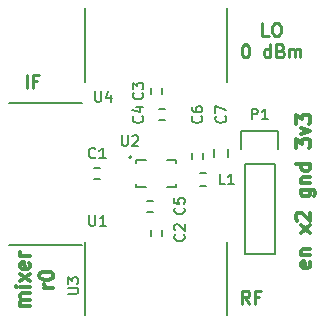
<source format=gto>
G04 #@! TF.FileFunction,Legend,Top*
%FSLAX46Y46*%
G04 Gerber Fmt 4.6, Leading zero omitted, Abs format (unit mm)*
G04 Created by KiCad (PCBNEW 4.0.2-stable) date Sat 23 Apr 2016 01:14:57 AM AKDT*
%MOMM*%
G01*
G04 APERTURE LIST*
%ADD10C,0.100000*%
%ADD11C,0.275000*%
%ADD12C,0.300000*%
%ADD13C,0.150000*%
G04 APERTURE END LIST*
D10*
D11*
X137528572Y-97747619D02*
X137528572Y-96647619D01*
X138419048Y-97171429D02*
X138052382Y-97171429D01*
X138052382Y-97747619D02*
X138052382Y-96647619D01*
X138576191Y-96647619D01*
X156369048Y-115997619D02*
X156002382Y-115473810D01*
X155740477Y-115997619D02*
X155740477Y-114897619D01*
X156159524Y-114897619D01*
X156264286Y-114950000D01*
X156316667Y-115002381D01*
X156369048Y-115107143D01*
X156369048Y-115264286D01*
X156316667Y-115369048D01*
X156264286Y-115421429D01*
X156159524Y-115473810D01*
X155740477Y-115473810D01*
X157207143Y-115421429D02*
X156840477Y-115421429D01*
X156840477Y-115997619D02*
X156840477Y-114897619D01*
X157364286Y-114897619D01*
X158014286Y-93340119D02*
X157490477Y-93340119D01*
X157490477Y-92240119D01*
X158590477Y-92240119D02*
X158800000Y-92240119D01*
X158904762Y-92292500D01*
X159009524Y-92397262D01*
X159061905Y-92606786D01*
X159061905Y-92973452D01*
X159009524Y-93182976D01*
X158904762Y-93287738D01*
X158800000Y-93340119D01*
X158590477Y-93340119D01*
X158485715Y-93287738D01*
X158380953Y-93182976D01*
X158328572Y-92973452D01*
X158328572Y-92606786D01*
X158380953Y-92397262D01*
X158485715Y-92292500D01*
X158590477Y-92240119D01*
X155997620Y-94055119D02*
X156102381Y-94055119D01*
X156207143Y-94107500D01*
X156259524Y-94159881D01*
X156311905Y-94264643D01*
X156364286Y-94474167D01*
X156364286Y-94736071D01*
X156311905Y-94945595D01*
X156259524Y-95050357D01*
X156207143Y-95102738D01*
X156102381Y-95155119D01*
X155997620Y-95155119D01*
X155892858Y-95102738D01*
X155840477Y-95050357D01*
X155788096Y-94945595D01*
X155735715Y-94736071D01*
X155735715Y-94474167D01*
X155788096Y-94264643D01*
X155840477Y-94159881D01*
X155892858Y-94107500D01*
X155997620Y-94055119D01*
X158145238Y-95155119D02*
X158145238Y-94055119D01*
X158145238Y-95102738D02*
X158040476Y-95155119D01*
X157830953Y-95155119D01*
X157726191Y-95102738D01*
X157673810Y-95050357D01*
X157621429Y-94945595D01*
X157621429Y-94631310D01*
X157673810Y-94526548D01*
X157726191Y-94474167D01*
X157830953Y-94421786D01*
X158040476Y-94421786D01*
X158145238Y-94474167D01*
X159035714Y-94578929D02*
X159192857Y-94631310D01*
X159245238Y-94683690D01*
X159297619Y-94788452D01*
X159297619Y-94945595D01*
X159245238Y-95050357D01*
X159192857Y-95102738D01*
X159088095Y-95155119D01*
X158669048Y-95155119D01*
X158669048Y-94055119D01*
X159035714Y-94055119D01*
X159140476Y-94107500D01*
X159192857Y-94159881D01*
X159245238Y-94264643D01*
X159245238Y-94369405D01*
X159192857Y-94474167D01*
X159140476Y-94526548D01*
X159035714Y-94578929D01*
X158669048Y-94578929D01*
X159769048Y-95155119D02*
X159769048Y-94421786D01*
X159769048Y-94526548D02*
X159821429Y-94474167D01*
X159926191Y-94421786D01*
X160083333Y-94421786D01*
X160188095Y-94474167D01*
X160240476Y-94578929D01*
X160240476Y-95155119D01*
X160240476Y-94578929D02*
X160292857Y-94474167D01*
X160397619Y-94421786D01*
X160554762Y-94421786D01*
X160659524Y-94474167D01*
X160711905Y-94578929D01*
X160711905Y-95155119D01*
D12*
X137802857Y-116171429D02*
X137002857Y-116171429D01*
X137117143Y-116171429D02*
X137060000Y-116114286D01*
X137002857Y-116000000D01*
X137002857Y-115828572D01*
X137060000Y-115714286D01*
X137174286Y-115657143D01*
X137802857Y-115657143D01*
X137174286Y-115657143D02*
X137060000Y-115600000D01*
X137002857Y-115485714D01*
X137002857Y-115314286D01*
X137060000Y-115200000D01*
X137174286Y-115142857D01*
X137802857Y-115142857D01*
X137802857Y-114571429D02*
X137002857Y-114571429D01*
X136602857Y-114571429D02*
X136660000Y-114628572D01*
X136717143Y-114571429D01*
X136660000Y-114514286D01*
X136602857Y-114571429D01*
X136717143Y-114571429D01*
X137802857Y-114114285D02*
X137002857Y-113485714D01*
X137002857Y-114114285D02*
X137802857Y-113485714D01*
X137745714Y-112571428D02*
X137802857Y-112685714D01*
X137802857Y-112914285D01*
X137745714Y-113028571D01*
X137631429Y-113085714D01*
X137174286Y-113085714D01*
X137060000Y-113028571D01*
X137002857Y-112914285D01*
X137002857Y-112685714D01*
X137060000Y-112571428D01*
X137174286Y-112514285D01*
X137288571Y-112514285D01*
X137402857Y-113085714D01*
X137802857Y-112000000D02*
X137002857Y-112000000D01*
X137231429Y-112000000D02*
X137117143Y-111942857D01*
X137060000Y-111885714D01*
X137002857Y-111771428D01*
X137002857Y-111657143D01*
X139782857Y-114657143D02*
X138982857Y-114657143D01*
X139211429Y-114657143D02*
X139097143Y-114600000D01*
X139040000Y-114542857D01*
X138982857Y-114428571D01*
X138982857Y-114314286D01*
X138582857Y-113685714D02*
X138582857Y-113571429D01*
X138640000Y-113457143D01*
X138697143Y-113400000D01*
X138811429Y-113342857D01*
X139040000Y-113285714D01*
X139325714Y-113285714D01*
X139554286Y-113342857D01*
X139668571Y-113400000D01*
X139725714Y-113457143D01*
X139782857Y-113571429D01*
X139782857Y-113685714D01*
X139725714Y-113800000D01*
X139668571Y-113857143D01*
X139554286Y-113914286D01*
X139325714Y-113971429D01*
X139040000Y-113971429D01*
X138811429Y-113914286D01*
X138697143Y-113857143D01*
X138640000Y-113800000D01*
X138582857Y-113685714D01*
X161485714Y-112471428D02*
X161542857Y-112585714D01*
X161542857Y-112814285D01*
X161485714Y-112928571D01*
X161371429Y-112985714D01*
X160914286Y-112985714D01*
X160800000Y-112928571D01*
X160742857Y-112814285D01*
X160742857Y-112585714D01*
X160800000Y-112471428D01*
X160914286Y-112414285D01*
X161028571Y-112414285D01*
X161142857Y-112985714D01*
X160742857Y-111900000D02*
X161542857Y-111900000D01*
X160857143Y-111900000D02*
X160800000Y-111842857D01*
X160742857Y-111728571D01*
X160742857Y-111557143D01*
X160800000Y-111442857D01*
X160914286Y-111385714D01*
X161542857Y-111385714D01*
X161542857Y-110014285D02*
X160742857Y-109385714D01*
X160742857Y-110014285D02*
X161542857Y-109385714D01*
X160457143Y-108985714D02*
X160400000Y-108928571D01*
X160342857Y-108814285D01*
X160342857Y-108528571D01*
X160400000Y-108414285D01*
X160457143Y-108357142D01*
X160571429Y-108299999D01*
X160685714Y-108299999D01*
X160857143Y-108357142D01*
X161542857Y-109042856D01*
X161542857Y-108299999D01*
X160742857Y-106357142D02*
X161714286Y-106357142D01*
X161828571Y-106414285D01*
X161885714Y-106471428D01*
X161942857Y-106585713D01*
X161942857Y-106757142D01*
X161885714Y-106871428D01*
X161485714Y-106357142D02*
X161542857Y-106471428D01*
X161542857Y-106699999D01*
X161485714Y-106814285D01*
X161428571Y-106871428D01*
X161314286Y-106928571D01*
X160971429Y-106928571D01*
X160857143Y-106871428D01*
X160800000Y-106814285D01*
X160742857Y-106699999D01*
X160742857Y-106471428D01*
X160800000Y-106357142D01*
X160742857Y-105785714D02*
X161542857Y-105785714D01*
X160857143Y-105785714D02*
X160800000Y-105728571D01*
X160742857Y-105614285D01*
X160742857Y-105442857D01*
X160800000Y-105328571D01*
X160914286Y-105271428D01*
X161542857Y-105271428D01*
X161542857Y-104185714D02*
X160342857Y-104185714D01*
X161485714Y-104185714D02*
X161542857Y-104300000D01*
X161542857Y-104528571D01*
X161485714Y-104642857D01*
X161428571Y-104700000D01*
X161314286Y-104757143D01*
X160971429Y-104757143D01*
X160857143Y-104700000D01*
X160800000Y-104642857D01*
X160742857Y-104528571D01*
X160742857Y-104300000D01*
X160800000Y-104185714D01*
X160342857Y-102814285D02*
X160342857Y-102071428D01*
X160800000Y-102471428D01*
X160800000Y-102300000D01*
X160857143Y-102185714D01*
X160914286Y-102128571D01*
X161028571Y-102071428D01*
X161314286Y-102071428D01*
X161428571Y-102128571D01*
X161485714Y-102185714D01*
X161542857Y-102300000D01*
X161542857Y-102642857D01*
X161485714Y-102757143D01*
X161428571Y-102814285D01*
X160742857Y-101671428D02*
X161542857Y-101385714D01*
X160742857Y-101100000D01*
X160342857Y-100757142D02*
X160342857Y-100014285D01*
X160800000Y-100414285D01*
X160800000Y-100242857D01*
X160857143Y-100128571D01*
X160914286Y-100071428D01*
X161028571Y-100014285D01*
X161314286Y-100014285D01*
X161428571Y-100071428D01*
X161485714Y-100128571D01*
X161542857Y-100242857D01*
X161542857Y-100585714D01*
X161485714Y-100700000D01*
X161428571Y-100757142D01*
D13*
X146400000Y-103603600D02*
G75*
G03X146400000Y-103603600I-100000J0D01*
G01*
X146800000Y-106103600D02*
X146800000Y-105903600D01*
X147600000Y-106103600D02*
X146800000Y-106103600D01*
X150200000Y-106103600D02*
X149400000Y-106103600D01*
X150200000Y-105903600D02*
X150200000Y-106103600D01*
X150200000Y-103803600D02*
X150200000Y-104103600D01*
X149400000Y-103803600D02*
X150200000Y-103803600D01*
X146800000Y-103803600D02*
X147600000Y-103803600D01*
X146800000Y-104103600D02*
X146800000Y-103803600D01*
X143750000Y-104525000D02*
X143250000Y-104525000D01*
X143250000Y-105475000D02*
X143750000Y-105475000D01*
X148025000Y-109800000D02*
X148025000Y-110300000D01*
X148975000Y-110300000D02*
X148975000Y-109800000D01*
X148975000Y-98250000D02*
X148975000Y-97750000D01*
X148025000Y-97750000D02*
X148025000Y-98250000D01*
X149250000Y-99525000D02*
X148750000Y-99525000D01*
X148750000Y-100475000D02*
X149250000Y-100475000D01*
X148250000Y-107275000D02*
X147750000Y-107275000D01*
X147750000Y-108225000D02*
X148250000Y-108225000D01*
X151525000Y-103250000D02*
X151525000Y-103750000D01*
X152475000Y-103750000D02*
X152475000Y-103250000D01*
X153400000Y-103600000D02*
X153400000Y-102900000D01*
X154600000Y-102900000D02*
X154600000Y-103600000D01*
X152200000Y-106025000D02*
X152700000Y-106025000D01*
X152700000Y-104975000D02*
X152200000Y-104975000D01*
X155980000Y-104190000D02*
X155980000Y-111810000D01*
X158520000Y-104190000D02*
X158520000Y-111810000D01*
X158800000Y-101370000D02*
X158800000Y-102920000D01*
X155980000Y-111810000D02*
X158520000Y-111810000D01*
X158520000Y-104190000D02*
X155980000Y-104190000D01*
X155700000Y-102920000D02*
X155700000Y-101370000D01*
X155700000Y-101370000D02*
X158800000Y-101370000D01*
X136000000Y-111000000D02*
X142250000Y-111000000D01*
X136000000Y-99000000D02*
X142250000Y-99000000D01*
X154500000Y-117000000D02*
X154500000Y-110750000D01*
X142500000Y-117000000D02*
X142500000Y-110750000D01*
X142500000Y-91000000D02*
X142500000Y-97250000D01*
X154500000Y-91000000D02*
X154500000Y-97250000D01*
X145564286Y-101757143D02*
X145564286Y-102485714D01*
X145607143Y-102571429D01*
X145650000Y-102614286D01*
X145735714Y-102657143D01*
X145907143Y-102657143D01*
X145992857Y-102614286D01*
X146035714Y-102571429D01*
X146078571Y-102485714D01*
X146078571Y-101757143D01*
X146464286Y-101842857D02*
X146507143Y-101800000D01*
X146592857Y-101757143D01*
X146807143Y-101757143D01*
X146892857Y-101800000D01*
X146935714Y-101842857D01*
X146978571Y-101928571D01*
X146978571Y-102014286D01*
X146935714Y-102142857D01*
X146421428Y-102657143D01*
X146978571Y-102657143D01*
X143350000Y-103621429D02*
X143307143Y-103664286D01*
X143178572Y-103707143D01*
X143092858Y-103707143D01*
X142964286Y-103664286D01*
X142878572Y-103578571D01*
X142835715Y-103492857D01*
X142792858Y-103321429D01*
X142792858Y-103192857D01*
X142835715Y-103021429D01*
X142878572Y-102935714D01*
X142964286Y-102850000D01*
X143092858Y-102807143D01*
X143178572Y-102807143D01*
X143307143Y-102850000D01*
X143350000Y-102892857D01*
X144207143Y-103707143D02*
X143692858Y-103707143D01*
X143950000Y-103707143D02*
X143950000Y-102807143D01*
X143864286Y-102935714D01*
X143778572Y-103021429D01*
X143692858Y-103064286D01*
X150821429Y-110150000D02*
X150864286Y-110192857D01*
X150907143Y-110321428D01*
X150907143Y-110407142D01*
X150864286Y-110535714D01*
X150778571Y-110621428D01*
X150692857Y-110664285D01*
X150521429Y-110707142D01*
X150392857Y-110707142D01*
X150221429Y-110664285D01*
X150135714Y-110621428D01*
X150050000Y-110535714D01*
X150007143Y-110407142D01*
X150007143Y-110321428D01*
X150050000Y-110192857D01*
X150092857Y-110150000D01*
X150092857Y-109807142D02*
X150050000Y-109764285D01*
X150007143Y-109678571D01*
X150007143Y-109464285D01*
X150050000Y-109378571D01*
X150092857Y-109335714D01*
X150178571Y-109292857D01*
X150264286Y-109292857D01*
X150392857Y-109335714D01*
X150907143Y-109850000D01*
X150907143Y-109292857D01*
X147321429Y-98150000D02*
X147364286Y-98192857D01*
X147407143Y-98321428D01*
X147407143Y-98407142D01*
X147364286Y-98535714D01*
X147278571Y-98621428D01*
X147192857Y-98664285D01*
X147021429Y-98707142D01*
X146892857Y-98707142D01*
X146721429Y-98664285D01*
X146635714Y-98621428D01*
X146550000Y-98535714D01*
X146507143Y-98407142D01*
X146507143Y-98321428D01*
X146550000Y-98192857D01*
X146592857Y-98150000D01*
X146507143Y-97850000D02*
X146507143Y-97292857D01*
X146850000Y-97592857D01*
X146850000Y-97464285D01*
X146892857Y-97378571D01*
X146935714Y-97335714D01*
X147021429Y-97292857D01*
X147235714Y-97292857D01*
X147321429Y-97335714D01*
X147364286Y-97378571D01*
X147407143Y-97464285D01*
X147407143Y-97721428D01*
X147364286Y-97807142D01*
X147321429Y-97850000D01*
X147321429Y-100150000D02*
X147364286Y-100192857D01*
X147407143Y-100321428D01*
X147407143Y-100407142D01*
X147364286Y-100535714D01*
X147278571Y-100621428D01*
X147192857Y-100664285D01*
X147021429Y-100707142D01*
X146892857Y-100707142D01*
X146721429Y-100664285D01*
X146635714Y-100621428D01*
X146550000Y-100535714D01*
X146507143Y-100407142D01*
X146507143Y-100321428D01*
X146550000Y-100192857D01*
X146592857Y-100150000D01*
X146807143Y-99378571D02*
X147407143Y-99378571D01*
X146464286Y-99592857D02*
X147107143Y-99807142D01*
X147107143Y-99250000D01*
X150821429Y-107900000D02*
X150864286Y-107942857D01*
X150907143Y-108071428D01*
X150907143Y-108157142D01*
X150864286Y-108285714D01*
X150778571Y-108371428D01*
X150692857Y-108414285D01*
X150521429Y-108457142D01*
X150392857Y-108457142D01*
X150221429Y-108414285D01*
X150135714Y-108371428D01*
X150050000Y-108285714D01*
X150007143Y-108157142D01*
X150007143Y-108071428D01*
X150050000Y-107942857D01*
X150092857Y-107900000D01*
X150007143Y-107085714D02*
X150007143Y-107514285D01*
X150435714Y-107557142D01*
X150392857Y-107514285D01*
X150350000Y-107428571D01*
X150350000Y-107214285D01*
X150392857Y-107128571D01*
X150435714Y-107085714D01*
X150521429Y-107042857D01*
X150735714Y-107042857D01*
X150821429Y-107085714D01*
X150864286Y-107128571D01*
X150907143Y-107214285D01*
X150907143Y-107428571D01*
X150864286Y-107514285D01*
X150821429Y-107557142D01*
X152321429Y-100150000D02*
X152364286Y-100192857D01*
X152407143Y-100321428D01*
X152407143Y-100407142D01*
X152364286Y-100535714D01*
X152278571Y-100621428D01*
X152192857Y-100664285D01*
X152021429Y-100707142D01*
X151892857Y-100707142D01*
X151721429Y-100664285D01*
X151635714Y-100621428D01*
X151550000Y-100535714D01*
X151507143Y-100407142D01*
X151507143Y-100321428D01*
X151550000Y-100192857D01*
X151592857Y-100150000D01*
X151507143Y-99378571D02*
X151507143Y-99550000D01*
X151550000Y-99635714D01*
X151592857Y-99678571D01*
X151721429Y-99764285D01*
X151892857Y-99807142D01*
X152235714Y-99807142D01*
X152321429Y-99764285D01*
X152364286Y-99721428D01*
X152407143Y-99635714D01*
X152407143Y-99464285D01*
X152364286Y-99378571D01*
X152321429Y-99335714D01*
X152235714Y-99292857D01*
X152021429Y-99292857D01*
X151935714Y-99335714D01*
X151892857Y-99378571D01*
X151850000Y-99464285D01*
X151850000Y-99635714D01*
X151892857Y-99721428D01*
X151935714Y-99764285D01*
X152021429Y-99807142D01*
X154321429Y-100150000D02*
X154364286Y-100192857D01*
X154407143Y-100321428D01*
X154407143Y-100407142D01*
X154364286Y-100535714D01*
X154278571Y-100621428D01*
X154192857Y-100664285D01*
X154021429Y-100707142D01*
X153892857Y-100707142D01*
X153721429Y-100664285D01*
X153635714Y-100621428D01*
X153550000Y-100535714D01*
X153507143Y-100407142D01*
X153507143Y-100321428D01*
X153550000Y-100192857D01*
X153592857Y-100150000D01*
X153507143Y-99850000D02*
X153507143Y-99250000D01*
X154407143Y-99635714D01*
X154350000Y-105907143D02*
X153921429Y-105907143D01*
X153921429Y-105007143D01*
X155121428Y-105907143D02*
X154607143Y-105907143D01*
X154864285Y-105907143D02*
X154864285Y-105007143D01*
X154778571Y-105135714D01*
X154692857Y-105221429D01*
X154607143Y-105264286D01*
X156585715Y-100407143D02*
X156585715Y-99507143D01*
X156928572Y-99507143D01*
X157014286Y-99550000D01*
X157057143Y-99592857D01*
X157100000Y-99678571D01*
X157100000Y-99807143D01*
X157057143Y-99892857D01*
X157014286Y-99935714D01*
X156928572Y-99978571D01*
X156585715Y-99978571D01*
X157957143Y-100407143D02*
X157442858Y-100407143D01*
X157700000Y-100407143D02*
X157700000Y-99507143D01*
X157614286Y-99635714D01*
X157528572Y-99721429D01*
X157442858Y-99764286D01*
X142814286Y-108507143D02*
X142814286Y-109235714D01*
X142857143Y-109321429D01*
X142900000Y-109364286D01*
X142985714Y-109407143D01*
X143157143Y-109407143D01*
X143242857Y-109364286D01*
X143285714Y-109321429D01*
X143328571Y-109235714D01*
X143328571Y-108507143D01*
X144228571Y-109407143D02*
X143714286Y-109407143D01*
X143971428Y-109407143D02*
X143971428Y-108507143D01*
X143885714Y-108635714D01*
X143800000Y-108721429D01*
X143714286Y-108764286D01*
X141007143Y-115185714D02*
X141735714Y-115185714D01*
X141821429Y-115142857D01*
X141864286Y-115100000D01*
X141907143Y-115014286D01*
X141907143Y-114842857D01*
X141864286Y-114757143D01*
X141821429Y-114714286D01*
X141735714Y-114671429D01*
X141007143Y-114671429D01*
X141007143Y-114328572D02*
X141007143Y-113771429D01*
X141350000Y-114071429D01*
X141350000Y-113942857D01*
X141392857Y-113857143D01*
X141435714Y-113814286D01*
X141521429Y-113771429D01*
X141735714Y-113771429D01*
X141821429Y-113814286D01*
X141864286Y-113857143D01*
X141907143Y-113942857D01*
X141907143Y-114200000D01*
X141864286Y-114285714D01*
X141821429Y-114328572D01*
X143314286Y-98007143D02*
X143314286Y-98735714D01*
X143357143Y-98821429D01*
X143400000Y-98864286D01*
X143485714Y-98907143D01*
X143657143Y-98907143D01*
X143742857Y-98864286D01*
X143785714Y-98821429D01*
X143828571Y-98735714D01*
X143828571Y-98007143D01*
X144642857Y-98307143D02*
X144642857Y-98907143D01*
X144428571Y-97964286D02*
X144214286Y-98607143D01*
X144771428Y-98607143D01*
M02*

</source>
